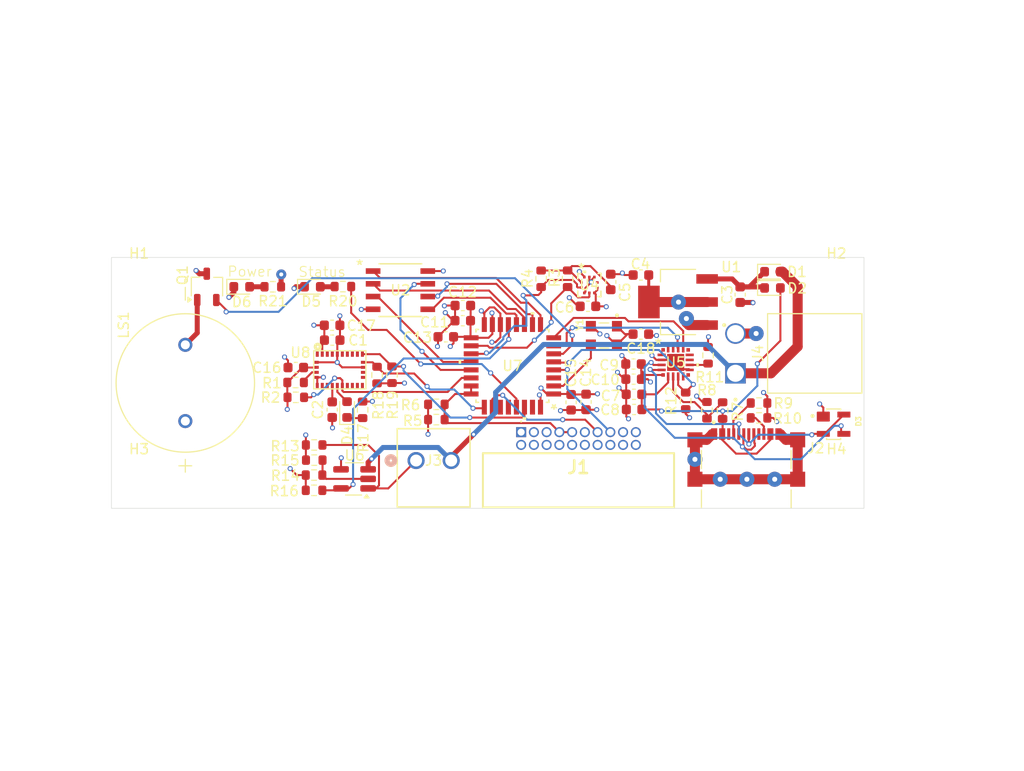
<source format=kicad_pcb>
(kicad_pcb (version 20241229) (generator "pcbnew") (generator_version "9.0")
  (layers (0 "F.Cu" signal) (4 "In1.Cu" power) (6 "In2.Cu" power) (2 "B.Cu" signal) (13 "F.Paste" user) (15 "B.Paste" user) (5 "F.SilkS" user "F.Silkscreen") (7 "B.SilkS" user "B.Silkscreen") (1 "F.Mask" user) (3 "B.Mask" user) (25 "Edge.Cuts" user))
  (net 0 "")
  (net 1 "GND")
  (net 2 "+3.3V")
  (net 3 "UART_RST")
  (net 4 "Net-(U8-CAP)")
  (net 5 "Net-(D1-K)")
  (net 6 "Net-(U4-VDDIO)")
  (net 7 "5V")
  (net 8 "BATTERY")
  (net 9 "Net-(J2-DP1)")
  (net 10 "Net-(J2-DN1)")
  (net 11 "Net-(D4-K)")
  (net 12 "Net-(D4-A)")
  (net 13 "Net-(D5-A)")
  (net 14 "Net-(D6-A)")
  (net 15 "SWCLK")
  (net 17 "NRST")
  (net 20 "SWO")
  (net 22 "Net-(J2-CC2)")
  (net 23 "Net-(J2-CC1)")
  (net 25 "Net-(U6-+)")
  (net 26 "Net-(Q1-D)")
  (net 27 "BUZZER")
  (net 28 "IMU_BL")
  (net 29 "IMU_RST")
  (net 30 "BMP_SDA")
  (net 31 "BMP_SCL")
  (net 32 "Net-(U5-VBUS)")
  (net 33 "Net-(U5-WAKEUP)")
  (net 34 "Net-(U6--)")
  (net 35 "SWITCH")
  (net 36 "IMU_SCL")
  (net 37 "IMU_SDA")
  (net 38 "LED")
  (net 39 "MEM_MOSI")
  (net 40 "MEM_SCL")
  (net 41 "MEM_WP")
  (net 42 "MEM_CE")
  (net 43 "MEM_MISO")
  (net 44 "MEM_HOLD")
  (net 45 "BMP_INT")
  (net 46 "UART_RXD")
  (net 48 "UART_TXD")
  (net 61 "CLK")
  (net 63 "IMU_ADDR")
  (footprint "Resistor_SMD:R_0603_1608Metric" (layer "F.Cu") (at 132.38 116.16)
    (property "Reference" "R5")
    (property "Value" "100k")
  )
  (footprint "Capacitor_SMD:C_0603_1608Metric" (layer "F.Cu") (at 152.76 107.64)
    (property "Reference" "C18")
    (property "Value" "0.1uF")
  )
  (footprint "CP2102N-A02-GQFN20:QFN20_CP2102N_SIL" (layer "F.Cu") (at 156.23 110.460061)
    (property "Reference" "U5")
    (property "Value" "CP2102N-A02-GQFN20")
  )
  (footprint "Capacitor_SMD:C_0603_1608Metric" (layer "F.Cu") (at 152.77 101.75 180)
    (property "Reference" "C4")
    (property "Value" "10uF")
  )
  (footprint "Capacitor_SMD:C_0603_1608Metric" (layer "F.Cu") (at 162.66 103.71 -90)
    (property "Reference" "C3")
    (property "Value" "10uF")
  )
  (footprint "Resistor_SMD:R_0603_1608Metric" (layer "F.Cu") (at 125.03 115.185 90)
    (property "Reference" "R17")
    (property "Value" "220")
  )
  (footprint "GSB1C41110SSHR:AMPHENOL_GSB1C41110SSHR" (layer "F.Cu") (at 163.27 121.28)
    (property "Reference" "J2")
    (property "Value" "GSB1C41110SSHR")
  )
  (footprint "ECS_327TXO_33_TR:OSC_ECS-327TXO-33-TR" (layer "F.Cu") (at 149.08 107.7775 -90)
    (property "Reference" "Y1")
    (property "Value" "ECS-327TXO-33-TR")
  )
  (footprint "Capacitor_SMD:C_0603_1608Metric" (layer "F.Cu") (at 121.99 106.76)
    (property "Reference" "C17")
    (property "Value" "6.8nF")
  )
  (footprint "BNO055:LGA28R50P4X10_380X520X100" (layer "F.Cu") (at 122.76 111.2)
    (property "Reference" "U8")
    (property "Value" "BNO055")
  )
  (footprint "Resistor_SMD:R_0603_1608Metric" (layer "F.Cu") (at 123.065 102.9 180)
    (property "Reference" "R20")
    (property "Value" "220")
  )
  (footprint "Resistor_SMD:R_0603_1608Metric" (layer "F.Cu") (at 159.35 115.23 90)
    (property "Reference" "R8")
    (property "Value" "47.5k")
  )
  (footprint "Capacitor_SMD:C_0603_1608Metric" (layer "F.Cu") (at 122 108.24)
    (property "Reference" "C1")
    (property "Value" "100nF")
  )
  (footprint "Capacitor_SMD:C_0603_1608Metric" (layer "F.Cu") (at 152.075 113.64 180)
    (property "Reference" "C7")
    (property "Value" "4.7uF")
  )
  (footprint "Capacitor_SMD:C_0603_1608Metric" (layer "F.Cu") (at 133.32 107.91 180)
    (property "Reference" "C13")
    (property "Value" "4.7uF")
  )
  (footprint "Resistor_SMD:R_0603_1608Metric" (layer "F.Cu") (at 118.35 112.46)
    (property "Reference" "R1")
    (property "Value" "10k")
  )
  (footprint "Capacitor_SMD:C_0603_1608Metric" (layer "F.Cu") (at 147.49 104.87 180)
    (property "Reference" "C6")
    (property "Value" "100nF")
  )
  (footprint "Capacitor_SMD:C_0603_1608Metric" (layer "F.Cu") (at 149.76 102.44 90)
    (property "Reference" "C5")
    (property "Value" "100nF")
  )
  (footprint "Resistor_SMD:R_0603_1608Metric" (layer "F.Cu") (at 145.46 102.12 -90)
    (property "Reference" "R3")
    (property "Value" "4.7k")
  )
  (footprint "Resistor_SMD:R_0603_1608Metric" (layer "F.Cu") (at 164.54 114.51 180)
    (property "Reference" "R9")
    (property "Value" "5.1k")
  )
  (footprint "MountingHole:MountingHole_2.2mm_M2" (layer "F.Cu") (at 172.25 122.25)
    (property "Reference" "H4")
    (property "Value" "MountingHole")
  )
  (footprint "Capacitor_SMD:C_0603_1608Metric" (layer "F.Cu") (at 147.3 114.4 -90)
    (property "Reference" "C14")
    (property "Value" "10uF")
  )
  (footprint "LED_SMD:LED_0603_1608Metric" (layer "F.Cu") (at 123.48 115.1575 90)
    (property "Reference" "D4")
    (property "Value" "LED")
  )
  (footprint "Package_TO_SOT_SMD:SOT-23-5_HandSoldering" (layer "F.Cu") (at 124.23 122.0675 180)
    (property "Reference" "U6")
    (property "Value" "~")
  )
  (footprint "Resistor_SMD:R_0603_1608Metric" (layer "F.Cu") (at 118.37 113.94)
    (property "Reference" "R2")
    (property "Value" "10k")
  )
  (footprint "LED_SMD:LED_0603_1608Metric" (layer "F.Cu") (at 120.0265 102.9201)
    (property "Reference" "D5")
    (property "Value" "LED")
  )
  (footprint "Resistor_SMD:R_0603_1608Metric" (layer "F.Cu") (at 120.2 118.6875 180)
    (property "Reference" "R13")
    (property "Value" "10k")
  )
  (footprint "Package_TO_SOT_SMD:TSOT-23" (layer "F.Cu") (at 109.4975 102.93 90)
    (property "Reference" "Q1")
    (property "Value" "NMOS")
  )
  (footprint "Resistor_SMD:R_0603_1608Metric" (layer "F.Cu") (at 132.38 114.64)
    (property "Reference" "R6")
    (property "Value" "100k")
  )
  (footprint "647676_2:TE_647676-2" (layer "F.Cu") (at 162.1925 111.5425 90)
    (property "Reference" "J4")
    (property "Value" "647676-2")
  )
  (footprint "Resistor_SMD:R_0603_1608Metric" (layer "F.Cu") (at 126.47 111.72 90)
    (property "Reference" "R18")
    (property "Value" "10k")
  )
  (footprint "Capacitor_SMD:C_0603_1608Metric" (layer "F.Cu") (at 135.01 106.3 180)
    (property "Reference" "C11")
    (property "Value" "0.1uF")
  )
  (footprint "Resistor_SMD:R_0603_1608Metric" (layer "F.Cu") (at 160.91 115.26 90)
    (property "Reference" "R7")
    (property "Value" "22.1k")
  )
  (footprint "AT1438:XDCR_AT-1438-TWT-R" (layer "F.Cu") (at 107.36 112.5075 90)
    (property "Reference" "LS1")
    (property "Value" "AT-1438-TWT-R")
  )
  (footprint "Resistor_SMD:R_0603_1608Metric" (layer "F.Cu") (at 120.19 121.6875 180)
    (property "Reference" "R14")
    (property "Value" "1k")
  )
  (footprint "Resistor_SMD:R_0603_1608Metric" (layer "F.Cu") (at 164.54 115.99)
    (property "Reference" "R10")
    (property "Value" "5.1k")
  )
  (footprint "BMP390:10LGA_2X2X0p75_BOS" (layer "F.Cu") (at 147.6276 102.745)
    (property "Reference" "U4")
    (property "Value" "BMP390")
  )
  (footprint "STM32G441KBT6:LQFP-32" (layer "F.Cu") (at 139.96 110.8052 180)
    (property "Reference" "U7")
    (property "Value" "STM32G441KBT6")
  )
  (footprint "Capacitor_SMD:C_0603_1608Metric" (layer "F.Cu") (at 152.04 112.13)
    (property "Reference" "C10")
    (property "Value" "0.1uF")
  )
  (footprint "Resistor_SMD:R_0603_1608Metric" (layer "F.Cu") (at 116.08 102.92 180)
    (property "Reference" "R21")
    (property "Value" "220")
  )
  (footprint "LED_SMD:LED_0603_1608Metric" (layer "F.Cu") (at 112.98 102.92)
    (property "Reference" "D6")
    (property "Value" "LED")
  )
  (footprint "Resistor_SMD:R_0603_1608Metric" (layer "F.Cu") (at 157.23 114.29 -90)
    (property "Reference" "R12")
    (property "Value" "1k")
  )
  (footprint "Capacitor_SMD:C_0603_1608Metric" (layer "F.Cu") (at 135.02 104.79 180)
    (property "Reference" "C12")
    (property "Value" "0.1uF")
  )
  (footprint "Capacitor_SMD:C_0603_1608Metric" (layer "F.Cu") (at 145.81 114.43 -90)
    (property "Reference" "C15")
    (property "Value" "1uF")
  )
  (footprint "MountingHole:MountingHole_2.2mm_M2" (layer "F.Cu") (at 172.25 102.75)
    (property "Reference" "H2")
    (property "Value" "MountingHole")
  )
  (footprint "MountingHole:MountingHole_2.2mm_M2" (layer "F.Cu") (at 102.75 102.75)
    (property "Reference" "H1")
    (property "Value" "MountingHole")
  )
  (footprint "Resistor_SMD:R_0603_1608Metric" (layer "F.Cu") (at 142.8224 102.125 -90)
    (property "Reference" "R4")
    (property "Value" "4.7k")
  )
  (footprint "Resistor_SMD:R_0603_1608Metric" (layer "F.Cu") (at 120.21 120.1975 180)
    (property "Reference" "R15")
    (property "Value" "10k")
  )
  (footprint "Diode_SMD:D_0603_1608Metric" (layer "F.Cu") (at 165.88 101.42)
    (property "Reference" "D1")
    (property "Value" "D")
  )
  (footprint "Resistor_SMD:R_0603_1608Metric" (layer "F.Cu") (at 127.96 111.69 90)
    (property "Reference" "R19")
    (property "Value" "10k")
  )
  (footprint "SST25:SOIC8_SA_SST_MCH" (layer "F.Cu") (at 128.8 103.26)
    (property "Reference" "U2")
    (property "Value" "SST25VF010A-33-4C-SAE")
  )
  (footprint "1984617:CONN_1984617_PXC" (layer "F.Cu") (at 130.359998 120.24)
    (property "Reference" "J3")
    (property "Value" "1984617")
  )
  (footprint "LMS8117AMP_3_3_NOPB:SOT230P700X180-4N" (layer "F.Cu") (at 156.465 104.44 180)
    (property "Reference" "U1")
    (property "Value" "LMS8117AMP-3.3_NOPB")
  )
  (footprint "Diode_SMD:D_0603_1608Metric" (layer "F.Cu") (at 165.88 103.04)
    (property "Reference" "D2")
    (property "Value" "D")
  )
  (footprint "MountingHole:MountingHole_2.2mm_M2" (layer "F.Cu") (at 102.75 122.25)
    (property "Reference" "H3")
    (property "Value" "MountingHole")
  )
  (footprint "SP0503BAHTG:SOT143" (layer "F.Cu") (at 171.97 116.62 -90)
    (property "Reference" "D3")
    (property "Value" "SP0503BAHTG")
  )
  (footprint "Capacitor_SMD:C_0603_1608Metric" (layer "F.Cu") (at 152.09 115.15 180)
    (property "Reference" "C8")
    (property "Value" "0.1uF")
  )
  (footprint "Resistor_SMD:R_0603_1608Metric" (layer "F.Cu") (at 159.46 109.75 90)
    (property "Reference" "R11")
    (property "Value" "10k")
  )
  (footprint "Resistor_SMD:R_0603_1608Metric" (layer "F.Cu") (at 120.19 123.2075 180)
    (property "Reference" "R16")
    (property "Value" "10k")
  )
  (footprint "Capacitor_SMD:C_0603_1608Metric" (layer "F.Cu") (at 152.03 110.62)
    (property "Reference" "C9")
    (property "Value" "4.7uF")
  )
  (footprint "Capacitor_SMD:C_0603_1608Metric" (layer "F.Cu") (at 122 115.17 90)
    (property "Reference" "C2")
    (property "Value" "1uF")
  )
  (footprint "3220-20-0200-00:322020020000" (layer "F.Cu") (at 140.83 117.41)
    (property "Reference" "J1")
    (property "Value" "3220-20-0200-00" (hide yes))
  )
  (footprint "Capacitor_SMD:C_0603_1608Metric" (layer "F.Cu") (at 118.37 110.97 180)
    (property "Reference" "C16")
    (property "Value" "120nF")
  )
  (gr_rect (start 100 100) (end 175 125) (stroke (width 0.05)) (fill no) (layer "Edge.Cuts"))
  (gr_text "Power" (at 111.495 101.985 0) (layer "F.SilkS") (effects (font (size 1 1) (thickness 0.1)) (justify left bottom)))
  (gr_text "Status" (at 118.57 102.02 0) (layer "F.SilkS") (effects (font (size 1 1) (thickness 0.1)) (justify left bottom)))
  (segment (start 117.595 110.265) (end 117.25 109.92) (width 0.2) (layer "F.Cu") (net 1))
  (segment (start 147.744801 102.45) (end 147.6276 102.332799) (width 0.2) (layer "F.Cu") (net 1))
  (segment (start 147.825298 102.259901) (end 148.127599 101.9576) (width 0.2) (layer "F.Cu") (net 1))
  (segment (start 122.88 121.1175) (end 122.88 119.99) (width 0.2) (layer "F.Cu") (net 1))
  (segment (start 147.825298 102.45) (end 147.744801 102.45) (width 0.2) (layer "F.Cu") (net 1))
  (segment (start 122.49 110.45) (end 122.5 110.46) (width 0.2) (layer "F.Cu") (net 1))
  (segment (start 156.908063 111.138124) (end 157.554874 111.138124) (width 0.2) (layer "F.Cu") (net 1))
  (segment (start 122.765 105.825) (end 122.76 105.82) (width 0.2) (layer "F.Cu") (net 1))
  (segment (start 151.255 112.12) (end 151.265 112.13) (width 0.2) (layer "F.Cu") (net 1))
  (segment (start 167.217049 118.175) (end 166.671 117.628951) (width 1) (layer "F.Cu") (net 1))
  (segment (start 132.545 108.815) (end 132.49 108.87) (width 0.2) (layer "F.Cu") (net 1))
  (segment (start 151.315 115.15) (end 151.315 115.865) (width 0.2) (layer "F.Cu") (net 1))
  (segment (start 153.675 107.78) (end 153.535 107.64) (width 0.2) (layer "F.Cu") (net 1))
  (segment (start 109.4975 101.62) (end 108.75 101.62) (width 0.5) (layer "F.Cu") (net 1))
  (segment (start 151.315 115.865) (end 151.53 116.08) (width 0.2) (layer "F.Cu") (net 1))
  (segment (start 158.15 122.105) (end 158.15 120.12) (width 1) (layer "F.Cu") (net 1))
  (segment (start 158.15 118.175) (end 158.15 120.12) (width 1) (layer "F.Cu") (net 1))
  (segment (start 120.4475 110.45) (end 122.49 110.45) (width 0.2) (layer "F.Cu") (net 1))
  (segment (start 157.3 106.09) (end 157.3 106.495) (width 1) (layer "F.Cu") (net 1))
  (segment (start 120.51 112.0125) (end 120.4475 111.95) (width 0.2) (layer "F.Cu") (net 1))
  (segment (start 122.88 119.99) (end 122.9 119.97) (width 0.2) (layer "F.Cu") (net 1))
  (segment (start 122.51 109.6375) (end 122.51 108.505) (width 0.2) (layer "F.Cu") (net 1))
  (segment (start 156.23 110.460061) (end 156.908063 111.138124) (width 0.2) (layer "F.Cu") (net 1))
  (segment (start 160.67 122.105) (end 163.33 122.105) (width 1) (layer "F.Cu") (net 1))
  (segment (start 138.76 107.96) (end 138.76 106.6904) (width 0.2) (layer "F.Cu") (net 1))
  (segment (start 119.239 102.9201) (end 118.3699 102.9201) (width 0.5) (layer "F.Cu") (net 1))
  (segment (start 146.715 104.87) (end 146.49 104.87) (width 0.2) (layer "F.Cu") (net 1))
  (segment (start 122.5 109.6475) (end 122.51 109.6375) (width 0.2) (layer "F.Cu") (net 1))
  (segment (start 147.127601 103.5324) (end 147.2309 103.429101) (width 0.2) (layer "F.Cu") (net 1))
  (segment (start 164.2475 107.5825) (end 162.1925 107.5825) (width 1) (layer "F.Cu") (net 1))
  (segment (start 151.3 115.135) (end 151.315 115.15) (width 0.2) (layer "F.Cu") (net 1))
  (segment (start 163.905 104.485) (end 163.93 104.51) (width 0.5) (layer "F.Cu") (net 1))
  (segment (start 159.35 114.405) (end 158.905 114.405) (width 0.2) (layer "F.Cu") (net 1))
  (segment (start 166.671 117.628951) (end 166.671 117.6) (width 1) (layer "F.Cu") (net 1))
  (segment (start 165.365 115.99) (end 165.94 115.99) (width 0.2) (layer "F.Cu") (net 1))
  (segment (start 112.1925 102.92) (end 112.1925 103.4875) (width 0.5) (layer "F.Cu") (net 1))
  (segment (start 119.375 118.6875) (end 119.375 120.1875) (width 0.2) (layer "F.Cu") (net 1))
  (segment (start 117.595 110.97) (end 117.595 110.265) (width 0.2) (layer "F.Cu") (net 1))
  (segment (start 137.160001 105.510767) (end 137.691768 104.979) (width 0.2) (layer "F.Cu") (net 1))
  (segment (start 151.265 112.13) (end 151.11 112.13) (width 0.2) (layer "F.Cu") (net 1))
  (segment (start 147.9125 106.8525) (end 148.68 107.62) (width 0.2) (layer "F.Cu") (net 1))
  (segment (start 151.255 110.62) (end 151.255 112.12) (width 0.2) (layer "F.Cu") (net 1))
  (segment (start 132.545 107.91) (end 132.545 108.815) (width 0.2) (layer "F.Cu") (net 1))
  (segment (start 144.815 115.205) (end 144.75 115.27) (width 0.2) (layer "F.Cu") (net 1))
  (segment (start 158.15 118.175) (end 159.322951 118.175) (width 1) (layer "F.Cu") (net 1))
  (segment (start 151.255 110.62) (end 151.255 110.165) (width 0.2) (layer "F.Cu") (net 1))
  (segment (start 154.833 110.209998) (end 155.979937 110.209998) (width 0.2) (layer "F.Cu") (net 1))
  (segment (start 168.39 122.105) (end 166.1 122.105) (width 1) (layer "F.Cu") (net 1))
  (segment (start 125.98 114.36) (end 126 114.34) (width 0.2) (layer "F.Cu") (net 1))
  (segment (start 158.15 122.105) (end 160.67 122.105) (width 1) (layer "F.Cu") (net 1))
  (segment (start 157.3 106.495) (end 157.545 106.74) (width 1) (layer "F.Cu") (net 1))
  (segment (start 148.355 115.175) (end 148.36 115.17) (width 0.2) (layer "F.Cu") (net 1))
  (segment (start 151.12 101.75) (end 150.92 101.55) (width 0.2) (layer "F.Cu") (net 1))
  (segment (start 122.5 110.46) (end 122.5 109.6475) (width 0.2) (layer "F.Cu") (net 1))
  (segment (start 164.25 107.58) (end 164.2475 107.5825) (width 1) (layer "F.Cu") (net 1))
  (segment (start 165.365 114.51) (end 165.365 115.99) (width 0.2) (layer "F.Cu") (net 1))
  (segment (start 142.759999 113.809999) (end 142.759999 114.92) (width 0.2) (layer "F.Cu") (net 1))
  (segment (start 165.365 113.835) (end 164.99 113.46) (width 0.2) (layer "F.Cu") (net 1))
  (segment (start 154.833 110.209998) (end 154.305923 110.209998) (width 0.2) (layer "F.Cu") (net 1))
  (segment (start 122.51 108.505) (end 122.775 108.24) (width 0.2) (layer "F.Cu") (net 1))
  (segment (start 120.51 112.7625) (end 120.51 112.0125) (width 0.2) (layer "F.Cu") (net 1))
  (segment (start 151.995 101.75) (end 151.12 101.75) (width 0.2) (layer "F.Cu") (net 1))
  (segment (start 134.235 106.3) (end 134.155 106.3) (width 0.2) (layer "F.Cu") (net 1))
  (segment (start 121.11 111.95) (end 121.12 111.94) (width 0.2) (layer "F.Cu") (net 1))
  (segment (start 165.94 115.99) (end 166.31 116.36) (width 0.2) (layer "F.Cu") (net 1))
  (segment (start 147.825298 102.45) (end 147.825298 102.259901) (width 0.2) (layer "F.Cu") (net 1))
  (segment (start 137.916297 108.441793) (end 138.278207 108.441793) (width 0.2) (layer "F.Cu") (net 1))
  (segment (start 137.691768 104.979) (end 138.148232 104.979) (width 0.2) (layer "F.Cu") (net 1))
  (segment (start 159.869 117.628951) (end 159.869 117.6) (width 1) (layer "F.Cu") (net 1))
  (segment (start 122.775 108.24) (end 122.775 106.77) (width 0.2) (layer "F.Cu") (net 1))
  (segment (start 151.3 113.64) (end 151.3 115.135) (width 0.2) (layer "F.Cu") (net 1))
  (segment (start 142.65 113.7) (end 142.759999 113.809999) (width 0.2) (layer "F.Cu") (net 1))
  (segment (start 122.765 106.76) (end 122.765 105.825) (width 0.2) (layer "F.Cu") (net 1))
  (segment (start 145.81 115.205) (end 144.815 115.205) (width 0.2) (layer "F.Cu") (net 1))
  (segment (start 120.4475 111.95) (end 121.11 111.95) (width 0.2) (layer "F.Cu") (net 1))
  (segment (start 154.32 107.78) (end 153.675 107.78) (width 0.2) (layer "F.Cu") (net 1))
  (segment (start 157.554874 111.138124) (end 157.627 111.21025) (width 0.2) (layer "F.Cu") (net 1))
  (segment (start 157.545 106.74) (end 159.365 106.74) (width 1) (layer "F.Cu") (net 1))
  (segment (start 122.5 110.46) (end 122.99 110.95) (width 0.2) (layer "F.Cu") (net 1))
  (segment (start 138.76 105.590768) (end 138.76 106.6904) (width 0.2) (layer "F.Cu") (net 1))
  (segment (start 151.255 110.165) (end 150.87 109.78) (width 0.2) (layer "F.Cu") (net 1))
  (segment (start 122.99 110.95) (end 125.0725 110.95) (width 0.2) (layer "F.Cu") (net 1))
  (segment (start 119.375 120.1875) (end 119.385 120.1975) (width 0.2) (layer "F.Cu") (net 1))
  (segment (start 146.49 104.87) (end 145.63 104.01) (width 0.2) (layer "F.Cu") (net 1))
  (segment (start 134.245 104.79) (end 134.245 106.29) (width 0.2) (layer "F.Cu") (net 1))
  (segment (start 137.160001 105.620001) (end 137.160001 105.510767) (width 0.2) (layer "F.Cu") (net 1))
  (segment (start 119.375 118.6875) (end 119.375 117.705) (width 0.2) (layer "F.Cu") (net 1))
  (segment (start 118.3699 102.9201) (end 118.2 103.09) (width 0.5) (layer "F.Cu") (net 1))
  (segment (start 151.3 112.165) (end 151.265 112.13) (width 0.2) (layer "F.Cu") (net 1))
  (segment (start 158.905 114.405) (end 158.32 113.82) (width 0.2) (layer "F.Cu") (net 1))
  (segment (start 112.1925 103.4875) (end 111.71 103.97) (width 0.5) (layer "F.Cu") (net 1))
  (segment (start 134.07 106.3) (end 133.27 105.5) (width 0.2) (layer "F.Cu") (net 1))
  (segment (start 138.278207 108.441793) (end 138.76 107.96) (width 0.2) (layer "F.Cu") (net 1))
  (segment (start 124.915 105.165) (end 124.9 105.18) (width 0.2) (layer "F.Cu") (net 1))
  (segment (start 145.81 115.205) (end 147.27 115.205) (width 0.2) (layer "F.Cu") (net 1))
  (segment (start 166.1 122.105) (end 163.33 122.105) (width 1) (layer "F.Cu") (net 1))
  (segment (start 137.160001 106.6904) (end 137.160001 105.620001) (width 0.2) (layer "F.Cu") (net 1))
  (segment (start 151.3 113.64) (end 151.23 113.64) (width 0.2) (layer "F.Cu") (net 1))
  (segment (start 165.365 114.51) (end 165.365 113.835) (width 0.2) (layer "F.Cu") (net 1))
  (segment (start 162.66 104.485) (end 163.905 104.485) (width 0.5) (layer "F.Cu") (net 1))
  (segment (start 147.78 106.8525) (end 147.9125 106.8525) (width 0.2) (layer "F.Cu") (net 1))
  (segment (start 149.76 101.665) (end 150.805 101.665) (width 0.2) (layer "F.Cu") (net 1))
  (segment (start 108.75 101.62) (end 108.43 101.3) (width 0.5) (layer "F.Cu") (net 1))
  (segment (start 147.3 115.175) (end 148.355 115.175) (width 0.2) (layer "F.Cu") (net 1))
  (segment (start 170.945 114.965) (end 170.58 114.6) (width 0.2) (layer "F.Cu") (net 1))
  (segment (start 137.160001 105.620001) (end 136.86 105.32) (width 0.2) (layer "F.Cu") (net 1))
  (segment (start 134.155 106.3) (end 132.545 107.91) (width 0.2) (layer "F.Cu") (net 1))
  (segment (start 138.148232 104.979) (end 138.76 105.590768) (width 0.2) (layer "F.Cu") (net 1))
  (segment (start 155.979937 110.209998) (end 156.23 110.460061) (width 0.2) (layer "F.Cu") (net 1))
  (segment (start 134.235 106.3) (end 134.07 106.3) (width 0.2) (layer "F.Cu") (net 1))
  (segment (start 151.3 113.64) (end 151.3 112.165) (width 0.2) (layer "F.Cu") (net 1))
  (segment (start 151.11 112.13) (end 150.43 111.45) (width 0.2) (layer "F.Cu") (net 1))
  (segment (start 133.21 104.79) (end 133.18 104.82) (width 0.2) (layer "F.Cu") (net 1))
  (segment (start 147.2309 103.044398) (end 147.825298 102.45) (width 0.2) (layer "F.Cu") (net 1))
  (segment (start 122 116.95) (end 122.03 116.98) (width 0.2) (layer "F.Cu") (net 1))
  (segment (start 134.245 104.79) (end 133.21 104.79) (width 0.2) (layer "F.Cu") (net 1))
  (segment (start 134.245 106.29) (end 134.235 106.3) (width 0.2) (layer "F.Cu") (net 1))
  (segment (start 147.2309 103.429101) (end 147.2309 103.044398) (width 0.2) (layer "F.Cu") (net 1))
  (segment (start 151.23 113.64) (end 150.58 112.99) (width 0.2) (layer "F.Cu") (net 1))
  (segment (start 126.07585 105.165) (end 124.915 105.165) (width 0.2) (layer "F.Cu") (net 1))
  (segment (start 147.6276 102.332799) (end 147.6276 101.9576) (width 0.2) (layer "F.Cu") (net 1))
  (segment (start 168.39 118.175) (end 167.217049 118.175) (width 1) (layer "F.Cu") (net 1))
  (segment (start 147.27 115.205) (end 147.3 115.175) (width 0.2) (layer "F.Cu") (net 1))
  (segment (start 170.945 115.86) (end 170.945 114.965) (width 0.2) (layer "F.Cu") (net 1))
  (segment (start 159.322951 118.175) (end 159.869 117.628951) (width 1) (layer "F.Cu") (net 1))
  (segment (start 150.805 101.665) (end 150.92 101.55) (width 0.2) (layer "F.Cu") (net 1))
  (segment (start 122.775 106.77) (end 122.765 106.76) (width 0.2) (layer "F.Cu") (net 1))
  (segment (start 168.39 118.175) (end 168.39 122.105) (width 1) (layer "F.Cu") (net 1))
  (segment (start 154.305923 110.209998) (end 153.867322 109.771397) (width 0.2) (layer "F.Cu") (net 1))
  (segment (start 119.375 117.705) (end 119.36 117.69) (width 0.2) (layer "F.Cu") (net 1))
  (segment (start 122 115.945) (end 122 116.95) (width 0.2) (layer "F.Cu") (net 1))
  (segment (start 125.03 114.36) (end 125.98 114.36) (width 0.2) (layer "F.Cu") (net 1))
  (via (at 147.825298 102.45) (size 0.5) (drill 0.3) (layers "F.Cu" "B.Cu") (net 1))
  (via (at 150.58 112.99) (size 0.5) (drill 0.3) (layers "F.Cu" "B.Cu") (net 1))
  (via (at 163.33 122.105) (size 1.5) (drill 0.5) (layers "F.Cu" "B.Cu") (net 1))
  (via (at 144.75 115.27) (size 0.5) (drill 0.3) (layers "F.Cu" "B.Cu") (net 1))
  (via (at 164.99 113.46) (size 0.5) (drill 0.3) (layers "F.Cu" "B.Cu") (net 1))
  (via (at 153.867322 109.771397) (size 0.5) (drill 0.3) (layers "F.Cu" "B.Cu") (net 1))
  (via (at 122.9 119.97) (size 0.5) (drill 0.3) (layers "F.Cu" "B.Cu") (net 1))
  (via (at 137.916297 108.441793) (size 0.5) (drill 0.3) (layers "F.Cu" "B.Cu") (net 1))
  (via (at 142.65 113.7) (size 0.5) (drill 0.3) (layers "F.Cu" "B.Cu") (net 1))
  (via (at 166.1 122.105) (size 1.5) (drill 0.5) (layers "F.Cu" "B.Cu") (net 1))
  (via (at 164.25 107.58) (size 1.5) (drill 0.5) (layers "F.Cu" "B.Cu") (net 1))
  (via (at 145.63 104.01) (size 0.5) (drill 0.3) (layers "F.Cu" "B.Cu") (net 1))
  (via (at 111.71 103.97) (size 0.5) (drill 0.3) (layers "F.Cu" "B.Cu") (net 1))
  (via (at 157.3 106.09) (size 1.5) (drill 0.5) (layers "F.Cu" "B.Cu") (net 1))
  (via (at 121.12 111.94) (size 0.5) (drill 0.3) (layers "F.Cu" "B.Cu") (net 1))
  (via (at 158.15 120.12) (size 1.5) (drill 0.5) (layers "F.Cu" "B.Cu") (net 1))
  (via (at 154.32 107.78) (size 0.5) (drill 0.3) (layers "F.Cu" "B.Cu") (net 1))
  (via (at 117.25 109.92) (size 0.5) (drill 0.3) (layers "F.Cu" "B.Cu") (net 1))
  (via (at 108.43 101.3) (size 0.5) (drill 0.3) (layers "F.Cu" "B.Cu") (net 1))
  (via (at 150.92 101.55) (size 0.5) (drill 0.3) (layers "F.Cu" "B.Cu") (net 1))
  (via (at 122.03 116.98) (size 0.5) (drill 0.3) (layers "F.Cu" "B.Cu") (net 1))
  (via (at 133.18 104.82) (size 0.5) (drill 0.3) (layers "F.Cu" "B.Cu") (net 1))
  (via (at 118.2 103.09) (size 0.5) (drill 0.3) (layers "F.Cu" "B.Cu") (net 1))
  (via (at 170.58 114.6) (size 0.5) (drill 0.3) (layers "F.Cu" "B.Cu") (net 1))
  (via (at 158.32 113.82) (size 0.5) (drill 0.3) (layers "F.Cu" "B.Cu") (net 1))
  (via (at 148.36 115.17) (size 0.5) (drill 0.3) (layers "F.Cu" "B.Cu") (net 1))
  (via (at 133.27 105.5) (size 0.5) (drill 0.3) (layers "F.Cu" "B.Cu") (net 1))
  (via (at 119.36 117.69) (size 0.5) (drill 0.3) (layers "F.Cu" "B.Cu") (net 1))
  (via (at 148.68 107.62) (size 0.5) (drill 0.3) (layers "F.Cu" "B.Cu") (net 1))
  (via (at 160.67 122.105) (size 1.5) (drill 0.5) (layers "F.Cu" "B.Cu") (net 1))
  (via (at 166.31 116.36) (size 0.5) (drill 0.3) (layers "F.Cu" "B.Cu") (net 1))
  (via (at 151.53 116.08) (size 0.5) (drill 0.3) (layers "F.Cu" "B.Cu") (net 1))
  (via (at 136.86 105.32) (size 0.5) (drill 0.3) (layers "F.Cu" "B.Cu") (net 1))
  (via (at 150.43 111.45) (size 0.5) (drill 0.3) (layers "F.Cu" "B.Cu") (net 1))
  (via (at 150.87 109.78) (size 0.5) (drill 0.3) (layers "F.Cu" "B.Cu") (net 1))
  (via (at 124.9 105.18) (size 0.5) (drill 0.3) (layers "F.Cu" "B.Cu") (net 1))
  (via (at 132.49 108.87) (size 0.5) (drill 0.3) (layers "F.Cu" "B.Cu") (net 1))
  (via (at 122.5 110.46) (size 0.5) (drill 0.3) (layers "F.Cu" "B.Cu") (net 1))
  (via (at 122.76 105.82) (size 0.5) (drill 0.3) (layers "F.Cu" "B.Cu") (net 1))
  (via (at 126 114.34) (size 0.5) (drill 0.3) (layers "F.Cu" "B.Cu") (net 1))
  (via (at 163.93 104.51) (size 0.5) (drill 0.3) (layers "F.Cu" "B.Cu") (net 1))
  (segment (start 149.27 104.87) (end 149.31 104.91) (width 0.2) (layer "F.Cu") (net 2))
  (segment (start 151.4425 107.64) (end 150.38 108.7025) (width 0.2) (layer "F.Cu") (net 2))
  (segment (start 135.785 106.3) (end 135.785 107.945001) (width 0.2) (layer "F.Cu") (net 2))
  (segment (start 119.145 110.97) (end 120.4275 110.97) (width 0.2) (layer "F.Cu") (net 2))
  (segment (start 133.065 101.355) (end 133.07 101.35) (width 0.2) (layer "F.Cu") (net 2))
  (segment (start 144.0748 113.605199) (end 143.395951 113.605199) (width 0.2) (layer "F.Cu") (net 2))
  (segment (start 153.545 101.75) (end 153.545 104.42) (width 0.3) (layer "F.Cu") (net 2))
  (segment (start 153.027378 111.502622) (end 152.952378 111.502622) (width 0.2) (layer "F.Cu") (net 2))
  (segment (start 134.095 107.91) (end 134.095 108.545) (width 0.2) (layer "F.Cu") (net 2))
  (segment (start 121.225 108.24) (end 121.01 108.455) (width 0.2) (layer "F.Cu") (net 2))
  (segment (start 153.027378 111.502622) (end 153.234878 111.710122) (width 0.2) (layer "F.Cu") (net 2))
  (segment (start 137.960001 106.6904) (end 137.960001 105.570001) (width 0.2) (layer "F.Cu") (net 2))
  (segment (start 119.145 110.97) (end 119.015 110.97) (width 0.2) (layer "F.Cu") (net 2))
  (segment (start 116.905 102.92) (end 116.905 101.705) (width 0.5) (layer "F.Cu") (net 2))
  (segment (start 131.555 116.16) (end 131.555 114.64) (width 0.2) (layer "F.Cu") (net 2))
  (segment (start 126.47 112.545) (end 127.93 112.545) (width 0.2) (layer "F.Cu") (net 2))
  (segment (start 121.01 108.455) (end 121.01 109.6375) (width 0.2) (layer "F.Cu") (net 2))
  (segment (start 153.44 112.13) (end 153.72 112.41) (width 0.2) (layer "F.Cu") (net 2))
  (segment (start 153.234878 111.710122) (end 152.815 112.13) (width 0.2) (layer "F.Cu") (net 2))
  (segment (start 131.555 116.16) (end 131.555 117.615) (width 0.2) (layer "F.Cu") (net 2))
  (segment (start 137.960001 107.627) (end 137.960001 106.6904) (width 0.2) (layer "F.Cu") (net 2))
  (segment (start 131.555 117.615) (end 131.55 117.62) (width 0.2) (layer "F.Cu") (net 2))
  (segment (start 153.565 104.44) (end 156.505 104.44) (width 1) (layer "F.Cu") (net 2))
  (segment (start 148.415 102.995) (end 148.415 103.244999) (width 0.2) (layer "F.Cu") (net 2))
  (segment (start 151.985 107.64) (end 151.4425 107.64) (width 0.2) (layer "F.Cu") (net 2))
  (segment (start 134.095 107.91) (end 135.749999 107.91) (width 0.2) (layer "F.Cu") (net 2))
  (segment (start 153.545 104.42) (end 153.565 104.44) (width 0.3) (layer "F.Cu") (net 2))
  (segment (start 129.195 112.515) (end 129.2 112.52) (width 0.2) (layer "F.Cu") (net 2))
  (segment (start 117.545 113.94) (end 117.545 115.115) (width 0.2) (layer "F.Cu") (net 2))
  (segment (start 157.23 115.58) (end 157.62 115.97) (width 0.2) (layer "F.Cu") (net 2))
  (segment (start 135.795 106.29) (end 135.785 106.3) (width 0.2) (layer "F.Cu") (net 2))
  (segment (start 151.1675 107.64) (end 150.38 106.8525) (width 0.2) (layer "F.Cu") (net 2))
  (segment (start 148.405 113.625) (end 148.44 113.59) (width 0.2) (layer "F.Cu") (net 2))
  (segment (start 157.23 115.115) (end 157.23 115.58) (width 0.2) (layer "F.Cu") (net 2))
  (segment (start 148.265 104.87) (end 148.265 103.669801) (width 0.2) (layer "F.Cu") (net 2))
  (segment (start 145.760199 113.605199) (end 145.81 113.655) (width 0.2) (layer "F.Cu") (net 2))
  (segment (start 137.5818 108.005201) (end 137.960001 107.627) (width 0.2) (layer "F.Cu") (net 2))
  (segment (start 119.015 110.97) (end 117.525 112.46) (width 0.2) (layer "F.Cu") (net 2))
  (segment (start 119.365 123.2075) (end 119.365 121.6875) (width 0.2) (layer "F.Cu") (net 2))
  (segment (start 145.81 113.655) (end 147.27 113.655) (width 0.2) (layer "F.Cu") (net 2))
  (segment (start 118.4575 121.6875) (end 117.81 121.04) (width 0.2) (layer "F.Cu") (net 2))
  (segment (start 120.18 106.76) (end 120.17 106.75) (width 0.2) (layer "F.Cu") (net 2))
  (segment (start 131.52415 101.355) (end 133.065 101.355) (width 0.2) (layer "F.Cu") (net 2))
  (segment (start 117.545 115.115) (end 117.52 115.14) (width 0.2) (layer "F.Cu") (net 2))
  (segment (start 148.265 104.87) (end 149.27 104.87) (width 0.2) (layer "F.Cu") (net 2))
  (segment (start 159.46 107.95) (end 159.5 107.91) (width 0.2) (layer "F.Cu") (net 2))
  (segment (start 148.415 103.244999) (end 148.127599 103.5324) (width 0.2) (layer "F.Cu") (net 2))
  (segment (start 137.960001 105.570001) (end 137.92 105.53) (width 0.2) (layer "F.Cu") (net 2))
  (segment (start 147.27 113.655) (end 147.3 113.625) (width 0.2) (layer "F.Cu") (net 2))
  (segment (start 150.38 108.7025) (end 150.2825 108.7025) (width 0.2) (layer "F.Cu") (net 2))
  (segment (start 150.2825 108.7025) (end 149.37 107.79) (width 0.2) (layer "F.Cu") (net 2))
  (segment (start 152.805 111.65) (end 152.805 112.12) (width 0.2) (layer "F.Cu") (net 2))
  (segment (start 152.805 110.62) (end 152.805 111.65) (width 0.2) (layer "F.Cu") (net 2))
  (segment (start 135.8452 108.005201) (end 137.5818 108.005201) (width 0.2) (layer "F.Cu") (net 2))
  (segment (start 151.985 107.64) (end 151.1675 107.64) (width 0.2) (layer "F.Cu") (net 2))
  (segment (start 121.215 106.76) (end 121.215 108.23) (width 0.2) (layer "F.Cu") (net 2))
  (segment (start 127.93 112.545) (end 127.96 112.515) (width 0.2) (layer "F.Cu") (net 2))
  (segment (start 159.46 108.925) (end 159.46 107.95) (width 0.2) (layer "F.Cu") (net 2))
  (segment (start 117.525 112.46) (end 117.525 113.92) (width 0.2) (layer "F.Cu") (net 2))
  (segment (start 135.785 107.945001) (end 135.8452 108.005201) (width 0.2) (layer "F.Cu") (net 2))
  (segment (start 120.4275 110.97) (end 120.4475 110.95) (width 0.2) (layer "F.Cu") (net 2))
  (segment (start 159.365 104.44) (end 156.525 104.44) (width 1) (layer "F.Cu") (net 2))
  (segment (start 117.525 113.92) (end 117.545 113.94) (width 0.2) (layer "F.Cu") (net 2))
  (segment (start 156.4 104.43) (end 156.39 104.44) (width 1) (layer "F.Cu") (net 2))
  (segment (start 152.815 112.13) (end 153.027378 111.917622) (width 0.2) (layer "F.Cu") (net 2))
  (segment (start 152.952378 111.502622) (end 152.805 111.65) (width 0.2) (layer "F.Cu") (net 2))
  (segment (start 152.815 112.13) (end 153.44 112.13) (width 0.2) (layer "F.Cu") (net 2))
  (segment (start 144.0748 113.605199) (end 145.760199 113.605199) (width 0.2) (layer "F.Cu") (net 2))
  (segment (start 147.3 113.625) (end 148.405 113.625) (width 0.2) (layer "F.Cu") (net 2))
  (segment (start 148.265 103.669801) (end 148.127599 103.5324) (width 0.2) (layer "F.Cu") (net 2))
  (segment (start 152.805 111.280244) (end 153.027378 111.502622) (width 0.2) (layer "F.Cu") (net 2))
  (segment (start 152.805 112.12) (end 152.815 112.13) (width 0.2) (layer "F.Cu") (net 2))
  (segment (start 121.215 106.76) (end 120.18 106.76) (width 0.2) (layer "F.Cu") (net 2))
  (segment (start 135.749999 107.91) (end 135.8452 108.005201) (width 0.2) (layer "F.Cu") (net 2))
  (segment (start 147.127601 101.9576) (end 147.127601 101.907601) (width 0.2) (layer "F.Cu") (net 2))
  (segment (start 135.795 104.79) (end 135.795 106.29) (width 0.2) (layer "F.Cu") (net 2))
  (segment (start 116.905 101.705) (end 116.92 101.69) (width 0.5) (layer "F.Cu") (net 2))
  (segment (start 156.38 104.43) (end 156.39 104.44) (width 1) (layer "F.Cu") (net 2))
  (segment (start 121.215 108.23) (end 121.225 108.24) (width 0.2) (layer "F.Cu") (net 2))
  (segment (start 143.395951 113.605199) (end 142.809061 113.018309) (width 0.2) (layer "F.Cu") (net 2))
  (segment (start 134.095 108.545) (end 133.77 108.87) (width 0.2) (layer "F.Cu") (net 2))
  (segment (start 147.127601 101.907601) (end 146.63 101.41) (width 0.2) (layer "F.Cu") (net 2))
  (segment (start 154.98 111.710122) (end 153.234878 111.710122) (width 0.2) (layer "F.Cu") (net 2))
  (segment (start 119.365 121.6875) (end 118.4575 121.6875) (width 0.2) (layer "F.Cu") (net 2))
  (segment (start 153.027378 111.917622) (end 153.027378 111.502622) (width 0.2) (layer "F.Cu") (net 2))
  (segment (start 127.96 112.515) (end 129.195 112.515) (width 0.2) (layer "F.Cu") (net 2))
  (segment (start 152.805 110.62) (end 152.805 111.280244) (width 0.2) (layer "F.Cu") (net 2))
  (via (at 117.81 121.04) (size 0.5) (drill 0.3) (layers "F.Cu" "B.Cu") (net 2))
  (via (at 120.17 106.75) (size 0.5) (drill 0.3) (layers "F.Cu" "B.Cu") (net 2))
  (via (at 117.52 115.14) (size 0.5) (drill 0.3) (layers "F.Cu" "B.Cu") (net 2))
  (via (at 146.63 101.41) (size 0.5) (drill 0.3) (layers "F.Cu" "B.Cu") (net 2))
  (via (at 142.809061 113.018309) (size 0.5) (drill 0.3) (layers "F.Cu" "B.Cu") (net 2))
  (via (at 131.55 117.62) (size 0.5) (drill 0.3) (layers "F.Cu" "B.Cu") (net 2))
  (via (at 116.92 101.69) (size 1) (drill 0.4) (layers "F.Cu" "B.Cu") (net 2))
  (via (at 156.515 104.45) (size 1.5) (drill 0.5) (layers "F.Cu" "B.Cu") (net 2))
  (via (at 159.5 107.91) (size 0.5) (drill 0.3) (layers "F.Cu" "B.Cu") (net 2))
  (via (at 133.07 101.35) (size 0.5) (drill 0.3) (layers "F.Cu" "B.Cu") (net 2))
  (via (at 137.92 105.53) (size 0.5) (drill 0.3) (layers "F.Cu" "B.Cu") (net 2))
  (via (at 153.72 112.41) (size 0.5) (drill 0.3) (layers "F.Cu" "B.Cu") (net 2))
  (via (at 149.37 107.79) (size 0.5) (drill 0.3) (layers "F.Cu" "B.Cu") (net 2))
  (via (at 129.2 112.52) (size 0.5) (drill 0.3) (layers "F.Cu" "B.Cu") (net 2))
  (via (at 149.31 104.91) (size 0.5) (drill 0.3) (layers "F.Cu" "B.Cu") (net 2))
  (via (at 133.77 108.87) (size 0.5) (drill 0.3) (layers "F.Cu" "B.Cu") (net 2))
  (via (at 148.44 113.59) (size 0.5) (drill 0.3) (layers "F.Cu" "B.Cu") (net 2))
  (via (at 157.62 115.97) (size 0.5) (drill 0.3) (layers "F.Cu" "B.Cu") (net 2))
  (segment (start 157.23 113.41) (end 157.99 112.65) (width 0.2) (layer "F.Cu") (net 3))
  (segment (start 145.6 110.48) (end 144.149599 110.48) (width 0.2) (layer "F.Cu") (net 3))
  (segment (start 156.480063 112.715063) (end 157.23 113.465) (width 0.2) (layer "F.Cu") (net 3))
  (segment (start 144.149599 110.48) (end 144.0748 110.405201) (width 0.2) (layer "F.Cu") (net 3))
  (segment (start 156.480063 111.857061) (end 156.480063 112.715063) (width 0.2) (layer "F.Cu") (net 3))
  (segment (start 157.23 113.465) (end 157.23 113.41) (width 0.2) (layer "F.Cu") (net 3))
  (via (at 145.6 110.48) (size 0.5) (drill 0.3) (layers "F.Cu" "B.Cu") (net 3))
  (via (at 157.99 112.65) (size 0.5) (drill 0.3) (layers "F.Cu" "B.Cu") (net 3))
  (segment (start 157.99 112.65) (end 154.560397 109.220397) (width 0.2) (layer "B.Cu") (net 3))
  (segment (start 146.859603 109.220397) (end 145.6 110.48) (width 0.2) (layer "B.Cu") (net 3))
  (segment (start 154.560397 109.220397) (end 146.859603 109.220397) (width 0.2) (layer "B.Cu") (net 3))
  (segment (start 122.01 114.385) (end 122 114.395) (width 0.2) (layer "F.Cu") (net 4))
  (segment (start 122.01 112.7625) (end 122.01 114.385) (width 0.2) (layer "F.Cu") (net 4))
  (segment (start 159.365 102.14) (end 161.865 102.14) (width 0.5) (layer "F.Cu") (net 5))
  (segment (start 163.5775 102.935) (end 165.0925 101.42) (width 0.5) (layer "F.Cu") (net 5))
  (segment (start 161.865 102.14) (end 162.66 102.935) (width 0.5) (layer "F.Cu") (net 5))
  (segment (start 164.9875 102.935) (end 165.0925 103.04) (width 0.5) (layer "F.Cu") (net 5))
  (segment (start 162.66 102.935) (end 163.5775 102.935) (width 0.5) (layer "F.Cu") (net 5))
  (segment (start 162.66 102.935) (end 164.9875 102.935) (width 0.5) (layer "F.Cu") (net 5))
  (segment (start 145.455 101.3) (end 145.46 101.295) (width 0.2) (layer "F.Cu") (net 6))
  (segment (start 149.76 102.89011) (end 149.76 103.215) (width 0.2) (layer "F.Cu") (net 6))
  (segment (start 145.46 101.295) (end 145.895 100.86) (width 0.2) (layer "F.Cu") (net 6))
  (segment (start 145.46 101.295) (end 145.6402 101.295) (width 0.2) (layer "F.Cu") (net 6))
  (segment (start 145.6402 101.295) (end 146.8402 102.495) (width 0.2) (layer "F.Cu") (net 6))
  (segment (start 147.72989 100.86) (end 149.76 102.89011) (width 0.2) (layer "F.Cu") (net 6))
  (segment (start 142.8224 101.3) (end 145.455 101.3) (width 0.2) (layer "F.Cu") (net 6))
  (segment (start 145.895 100.86) (end 147.72989 100.86) (width 0.2) (layer "F.Cu") (net 6))
  (segment (start 152.85 115.135) (end 152.865 115.15) (width 0.2) (layer "F.Cu") (net 7))
  (segment (start 152.85 113.64) (end 154.303272 113.64) (width 0.2) (layer "F.Cu") (net 7))
  (segment (start 160.87 117.6) (end 160.87 118.173636) (width 0.2) (layer "F.Cu") (net 7))
  (segment (start 160.91 116.085) (end 160.91 115.32) (width 0.2) (layer "F.Cu") (net 7))
  (segment (start 152.865 115.15) (end 154.66 115.15) (width 0.2) (layer "F.Cu") (net 7))
  (segment (start 166.6675 103.04) (end 166.6675 108.295) (width 0.2) (layer "F.Cu") (net 7))
  (segment (start 154.66 115.15) (end 154.82 115.31) (width 0.2) (layer "F.Cu") (net 7))
  (segment (start 166.6675 108.295) (end 164.37 110.5925) (width 0.2) (layer "F.Cu") (net 7))
  (segment (start 160.91 115.32) (end 160.92 115.31) (width 0.2) (layer "F.Cu") (net 7))
  (segment (start 160.91 117.56) (end 160.87 117.6) (width 0.2) (layer "F.Cu") (net 7))
  (segment (start 160.91 116.085) (end 160.91 117.56) (width 0.2) (layer "F.Cu") (net 7))
  (segment (start 152.85 113.64) (end 152.85 115.135) (width 0.2) (layer "F.Cu") (net 7))
  (segment (start 165.67 118.173636) (end 165.67 117.6) (width 0.2) (layer "F.Cu") (net 7))
  (segment (start 160.87 118.173636) (end 162.248364 119.552) (width 0.2) (layer "F.Cu") (net 7))
  (segment (start 154.303272 113.64) (end 155.479811 112.463461) (width 0.2) (layer "F.Cu") (net 7))
  (segment (start 155.479811 112.463461) (end 155.479811 111.857061) (width 0.2) (layer "F.Cu") (net 7))
  (segment (start 164.291636 119.552) (end 165.67 118.173636) (width 0.2) (layer "F.Cu") (net 7))
  (segment (start 162.248364 119.552) (end 164.291636 119.552) (width 0.2) (layer "F.Cu") (net 7))
  (via (at 160.92 115.31) (size 0.5) (drill 0.3) (layers "F.Cu" "B.Cu") (net 7))
  (via (at 154.82 115.31) (size 0.5) (drill 0.3) (layers "F.Cu" "B.Cu") (net 7))
  (via (at 164.37 110.5925) (size 0.5) (drill 0.3) (layers "F.Cu" "B.Cu") (net 7))
  (segment (start 161.85 115.31) (end 160.92 115.31) (width 0.2) (layer "B.Cu") (net 7))
  (segment (start 154.82 115.31) (end 160.92 115.31) (width 0.2) (layer "B.Cu") (net 7))
  (segment (start 164.37 112.79) (end 161.85 115.31) (width 0.2) (layer "B.Cu") (net 7))
  (segment (start 164.37 110.5925) (end 164.37 112.79) (width 0.2) (layer "B.Cu") (net 7))
  (segment (start 133.86 119.86) (end 136.09 117.63) (width 0.5) (layer "F.Cu") (net 8))
  (segment (start 162.1925 111.5425) (end 165.7275 111.5425) (width 1) (layer "F.Cu") (net 8))
  (segment (start 133.86 120.24) (end 133.86 119.86) (width 0.5) (layer "F.Cu") (net 8))
  (segment (start 125.58 120.42) (end 125.93 120.07) (width 0.5) (layer "F.Cu") (net 8))
  (segment (start 165.7275 111.5425) (end 168.39 108.88) (width 1) (layer "F.Cu") (net 8))
  (segment (start 168.39 108.88) (end 168.39 102.93) (width 1) (layer "F.Cu") (net 8))
  (segment (start 166.88 101.42) (end 166.6675 101.42) (width 1) (layer "F.Cu") (net 8))
  (segment (start 125.58 121.1175) (end 125.58 120.42) (width 0.5) (layer "F.Cu") (net 8))
  (segment (start 168.39 102.93) (end 166.88 101.42) (width 1) (layer "F.Cu") (net 8))
  (via (at 125.93 120.07) (size 0.5) (drill 0.3) (layers "F.Cu" "B.Cu") (net 8))
  (via (at 136.09 117.63) (size 0.5) (drill 0.3) (layers "F.Cu" "B.Cu") (net 8))
  (segment (start 138.289 115.431) (end 138.289 113.443034) (width 0.5) (layer "B.Cu") (net 8))
  (segment (start 159.319397 108.669397) (end 162.1925 111.5425) (width 0.5) (layer "B.Cu") (net 8))
  (segment (start 138.289 113.443034) (end 143.062637 108.669397) (width 0.5) (layer "B.Cu") (net 8))
  (segment (start 125.93 120.07) (end 127.0619 118.9381) (width 0.5) (layer "B.Cu") (net 8))
  (segment (start 136.09 117.63) (end 138.289 115.431) (width 0.5) (layer "B.Cu") (net 8))
  (segment (start 143.062637 108.669397) (end 159.319397 108.669397) (width 0.5) (layer "B.Cu") (net 8))
  (segment (start 132.5581 118.9381) (end 133.86 120.24) (width 0.5) (layer "B.Cu") (net 8))
  (segment (start 127.0619 118.9381) (end 132.5581 118.9381) (width 0.5) (layer "B.Cu") (net 8))
  (segment (start 163.301768 119.151) (end 163.758232 119.151) (width 0.2) (layer "F.Cu") (net 9))
  (segment (start 154.024642 110.710124) (end 153.780514 110.465996) (width 0.2) (layer "F.Cu") (net 9))
  (segment (start 164.12 118.789232) (end 164.12 118.527) (width 0.2) (layer "F.Cu") (net 9))
  (segment (start 163.02 117.6) (end 162.979 117.641) (width 0.2) (layer "F.Cu") (net 9))
  (segment (start 162.979 118.828232) (end 163.301768 119.151) (width 0.2) (layer "F.Cu") (net 9))
  (segment (start 164.069 118.476) (end 164.069 117.649) (width 0.2) (layer "F.Cu") (net 9))
  (segment (start 172.72 116.78) (end 172.72 117.42) (width 0.2) (layer "F.Cu") (net 9))
  (segment (start 172.88 117.58) (end 172.995 117.58) (width 0.2) (layer "F.Cu") (net 9))
  (segment (start 172.72 117.42) (end 172.88 117.58) (width 0.2) (layer "F.Cu") (net 9))
  (segment (start 154.833 110.710124) (end 154.024642 110.710124) (width 0.2) (layer "F.Cu") (net 9))
  (segment (start 164.069 117.649) (end 164.02 117.6) (width 0.2) (layer "F.Cu") (net 9))
  (segment (start 163.758232 119.151) (end 164.12 118.789232) (width 0.2) (layer "F.Cu") (net 9))
  (segment (start 164.12 118.527) (end 164.069 118.476) (width 0.2) (layer "F.Cu") (net 9))
  (segment (start 162.979 117.641) (end 162.979 118.828232) (width 0.2) (layer "F.Cu") (net 9))
  (via (at 162.883282 118.86788) (size 0.5) (drill 0.3) (layers "F.Cu" "B.Cu") (net 9))
  (via (at 172.72 116.78) (size 0.5) (drill 0.3) (layers "F.Cu" "B.Cu") (net 9))
  (via (at 153.780514 110.465996) (size 0.5) (drill 0.3) (layers "F.Cu" "B.Cu") (net 9))
  (segment (start 161.989402 117.974) (end 162.883282 118.86788) (width 0.2) (layer "B.Cu") (net 9))
  (segment (start 172.04 116.78) (end 168.718 120.102) (width 0.2) (layer "B.Cu") (net 9))
  (segment (start 168.718 120.102) (end 164.117402 120.102) (width 0.2) (layer "B.Cu") (net 9))
  (segment (start 153.139 110.93189) (end 153.139 114.975332) (width 0.2) (layer "B.Cu") (net 9))
  (segment (start 153.139 114.975332) (end 156.137668 117.974) (width 0.2) (layer "B.Cu") (net 9))
  (segment (start 153.780514 110.465996) (end 153.604894 110.465996) (width 0.2) (layer "B.Cu") (net 9))
  (segment (start 156.137668 117.974) (end 161.989402 117.974) (width 0.2) (layer "B.Cu") (net 9))
  (segment (start 164.117402 120.102) (end 162.883282 118.86788) (width 0.2) (layer "B.Cu") (net 9))
  (segment (start 172.72 116.78) (end 172.04 116.78) (width 0.2) (layer "B.Cu") (net 9))
  (segment (start 153.604894 110.465996) (end 153.139 110.93189) (width 0.2) (layer "B.Cu") (net 9))
  (segment (start 170.945 117.58) (end 169.89 117.58) (width 0.2) (layer "F.Cu") (net 10))
  (segment (start 162.53 116.6) (end 162.53 117.59) (width 0.2) (layer "F.Cu") (net 10))
  (segment (start 171.075 117.58) (end 170.945 117.58) (width 0.2) (layer "F.Cu") (net 10))
  (segment (start 163.53 118.6) (end 163.52 118.59) (width 0.2) (layer "F.Cu") (net 10))
  (segment (start 172.995 115.66) (end 171.075 117.58) (width 0.2) (layer "F.Cu") (net 10))
  (segment (start 169.89 117.58) (end 169.8 117.67) (width 0.2) (layer "F.Cu") (net 10))
  (segment (start 163.52 118.59) (end 163.52 117.6) (width 0.2) (layer "F.Cu") (net 10))
  (segment (start 162.53 117.59) (end 162.52 117.6) (width 0.2) (layer "F.Cu") (net 10))
  (segment (start 154.833 111.21025) (end 153.740128 111.21025) (width 0.2) (layer "F.Cu") (net 10))
  (segment (start 153.740128 111.21025) (end 153.69 111.160122) (width 0.2) (layer "F.Cu") (net 10))
  (via (at 162.53 116.6) (size 0.5) (drill 0.3) (layers "F.Cu" "B.Cu") (net 10))
  (via (at 153.69 111.160122) (size 0.5) (drill 0.3) (layers "F.Cu" "B.Cu") (net 10))
  (via (at 169.8 117.67) (size 0.5) (drill 0.3) (layers "F.Cu" "B.Cu") (net 10))
  (via (at 163.53 118.6) (size 0.5) (drill 0.3) (layers "F.Cu" "B.Cu") (net 10))
  (segment (start 163.53 118.6) (end 162.53 117.6) (width 0.2) (layer "B.Cu") (net 10))
  (segment (start 154.269 115.081768) (end 154.269 115.538232) (width 0.2) (layer "B.Cu") (net 10))
  (segment (start 154.269 115.538232) (end 155.330768 116.6) (width 0.2) (layer "B.Cu") (net 10))
  (segment (start 155.330768 116.6) (end 162.53 116.6) (width 0.2) (layer "B.Cu") (net 10))
  (segment (start 153.69 111.160122) (end 154.271 111.741122) (width 0.2) (layer "B.Cu") (net 10))
  (segment (start 154.271 111.741122) (end 154.271 115.079768) (width 0.2) (layer "B.Cu") (net 10))
  (segment (start 164.46 117.67) (end 163.53 118.6) (width 0.2) (layer "B.Cu") (net 10))
  (segment (start 162.53 117.6) (end 162.53 116.6) (width 0.2) (layer "B.Cu") (net 10))
  (segment (start 154.271 115.079768) (end 154.269 115.081768) (width 0.2) (layer "B.Cu") (net 10))
  (segment (start 169.8 117.67) (end 164.46 117.67) (width 0.2) (layer "B.Cu") (net 10))
  (segment (start 125.03 116.01) (end 123.545 116.01) (width 0.2) (layer "F.Cu") (net 11))
  (segment (start 123.545 116.01) (end 123.48 115.945) (width 0.2) (layer "F.Cu") (net 11))
  (segment (start 122.51 112.7625) (end 122.51 113.4) (width 0.2) (layer "F.Cu") (net 12))
  (segment (start 122.51 113.4) (end 123.48 114.37) (width 0.2) (layer "F.Cu") (net 12))
  (segment (start 122.2199 102.9201) (end 122.24 102.9) (width 0.5) (layer "F.Cu") (net 13))
  (segment (start 120.814 102.9201) (end 122.2199 102.9201) (width 0.5) (layer "F.Cu") (net 13))
  (segment (start 113.7675 102.92) (end 115.255 102.92) (width 0.5) (layer "F.Cu") (net 14))
  (segment (start 144.64 117.41) (end 143.7386 116.5086) (width 0.2) (layer "F.Cu") (net 15))
  (segment (start 133.205 114.64) (end 133.22 114.64) (width 0.2) (layer "F.Cu") (net 15))
  (segment (start 143.7386 116.5086) (end 133.5536 116.5086) (width 0.2) (layer "F.Cu") (net 15))
  (segment (start 133.5536 116.5086) (end 133.205 116.16) (width 0.2) (layer "F.Cu") (net 15))
  (segment (start 135.8452 113.605199) (end 135.8452 112.805199) (width 0.2) (layer "F.Cu") (net 15))
  (segment (start 133.22 114.64) (end 134.254801 113.605199) (width 0.2) (layer "F.Cu") (net 15))
  (segment (start 134.254801 113.605199) (end 135.8452 113.605199) (width 0.2) (layer "F.Cu") (net 15))
  (segment (start 133.205 116.16) (end 133.205 114.64) (width 0.2) (layer "F.Cu") (net 15))
  (segment (start 144.64 117.41) (end 145.91 117.41) (width 0.2) (layer "F.Cu") (net 15))
  (segment (start 145.394801 111.205199) (end 145.43 111.17) (width 0.2) (layer "F.Cu") (net 17))
  (segment (start 144.0748 111.205199) (end 145.394801 111.205199) (width 0.2) (layer "F.Cu") (net 17))
  (via (at 145.43 111.17) (size 0.5) (drill 0.3) (layers "F.Cu" "B.Cu") (net 17))
  (segment (start 145.43 111.17) (end 145.43 113.12) (width 0.2) (layer "B.Cu") (net 17))
  (segment (start 145.43 113.12) (end 149.72 117.41) (width 0.2) (layer "B.Cu") (net 17))
  (segment (start 144.97 116.17) (end 147.21 116.17) (width 0.2) (layer "F.Cu") (net 20))
  (segment (start 147.21 116.17) (end 148.45 117.41) (width 0.2) (layer "F.Cu") (net 20))
  (segment (start 138.356602 113.733398) (end 137.959999 114.130001) (width 0.2) (layer "F.Cu") (net 20))
  (segment (start 137.959999 114.130001) (end 137.959999 114.92) (width 0.2) (layer "F.Cu") (net 20))
  (segment (start 138.99 113.733398) (end 138.356602 113.733398) (width 0.2) (layer "F.Cu") (net 20))
  (via (at 138.99 113.733398) (size 0.5) (drill 0.3) (layers "F.Cu" "B.Cu") (net 20))
  (via (at 144.97 116.17) (size 0.5) (drill 0.3) (layers "F.Cu" "B.Cu") (net 20))
  (segment (start 144.97 116.17) (end 141.426602 116.17) (width 0.2) (layer "B.Cu") (net 20))
  (segment (start 141.426602 116.17) (end 138.99 113.733398) (width 0.2) (layer "B.Cu") (net 20))
  (segment (start 164.175936 115.99) (end 163.715 115.99) (width 0.2) (layer "F.Cu") (net 22))
  (segment (start 165.02 116.834064) (end 164.175936 115.99) (width 0.2) (layer "F.Cu") (net 22))
  (segment (start 165.02 117.6) (end 165.02 116.834064) (width 0.2) (layer "F.Cu") (net 22))
  (segment (start 161.979 116.246) (end 163.715 114.51) (width 0.2) (layer "F.Cu") (net 23))
  (segment (start 162.02 117.6) (end 161.979 117.559) (width 0.2) (layer "F.Cu") (net 23))
  (segment (start 161.979 117.559) (end 161.979 116.246) (width 0.2) (layer "F.Cu") (net 23))
  (segment (start 126.359999 123.0175) (end 126.661 122.716499) (width 0.2) (layer "F.Cu") (net 25))
  (segment (start 125.58 123.0175) (end 127.582498 123.0175) (width 0.2) (layer "F.Cu") (net 25))
  (segment (start 127.582498 123.0175) (end 130.359998 120.24) (width 0.2) (layer "F.Cu") (net 25))
  (segment (start 125.58 123.0175) (end 126.359999 123.0175) (width 0.2) (layer "F.Cu") (net 25))
  (segment (start 125.5775 118.6875) (end 121.025 118.6875) (width 0.2) (layer "F.Cu") (net 25))
  (segment (start 126.661 119.771) (end 125.5775 118.6875) (width 0.2) (layer "F.Cu") (net 25))
  (segment (start 126.661 122.716499) (end 126.661 119.771) (width 0.2) (layer "F.Cu") (net 25))
  (segment (start 108.5475 104.24) (end 108.5475 107.52) (width 0.5) (layer "F.Cu") (net 26))
  (segment (start 108.5475 107.52) (end 107.36 108.7075) (width 0.5) (layer "F.Cu") (net 26))
  (segment (start 145.92 108.6966) (end 145.92 107.77) (width 0.2) (layer "F.Cu") (net 27))
  (segment (start 111.43 105.42) (end 111.43 105.2225) (width 0.2) (layer "F.Cu") (net 27))
  (segment (start 145.0114 109.6052) (end 145.92 108.6966) (width 0.2) (layer "F.Cu") (net 27))
  (segment (start 111.43 105.2225) (end 110.4475 104.24) (width 0.2) (layer "F.Cu") (net 27))
  (segment (start 144.0748 109.6052) (end 145.0114 109.6052) (width 0.2) (layer "F.Cu") (net 27))
  (via (at 111.43 105.42) (size 0.5) (drill 0.3) (layers "F.Cu" "B.Cu") (net 27))
  (via (at 145.92 107.77) (size 0.5) (drill 0.3) (layers "F.Cu" "B.Cu") (net 27))
  (segment (start 116.649232 105.42) (end 111.43 105.42) (width 0.2) (layer "B.Cu") (net 27))
  (segment (start 119.999232 102.07) (end 116.649232 105.42) (width 0.2) (layer "B.Cu") (net 27))
  (segment (start 140.22 102.07) (end 119.999232 102.07) (width 0.2) (layer "B.Cu") (net 27))
  (segment (start 145.92 107.77) (end 140.22 102.07) (width 0.2) (layer "B.Cu") (net 27))
  (segment (start 119.175 112.258) (end 119.983 111.45) (width 0.2) (layer "F.Cu") (net 28))
  (segment (start 119.983 111.45) (end 120.4475 111.45) (width 0.2) (layer "F.Cu") (net 28))
  (segment (start 119.175 112.46) (end 119.175 112.258) (width 0.2) (layer "F.Cu") (net 28))
  (segment (start 123.01 112.7625) (end 123.01 113.277) (width 0.2) (layer "F.Cu") (net 29))
  (segment (start 119.195 113.94) (end 119.89 113.94) (width 0.2) (layer "F.Cu") (net 29))
  (segment (start 134.9086 112.0052) (end 135.8452 112.0052) (width 0.2) (layer "F.Cu") (net 29))
  (segment (start 119.89 113.94) (end 120.16 113.67) (width 0.2) (layer "F.Cu") (net 29))
  (segment (start 123.139 113.406) (end 133.5078 113.406) (width 0.2) (layer "F.Cu") (net 29))
  (segment (start 123.01 112.248) (end 123.01 112.7625) (width 0.2) (layer "F.Cu") (net 29))
  (segment (start 133.5078 113.406) (end 134.9086 112.0052) (width 0.2) (layer "F.Cu") (net 29))
  (segment (start 122.792 112.03) (end 123.01 112.248) (width 0.2) (layer "F.Cu") (net 29))
  (segment (start 122.24 112.03) (end 122.792 112.03) (width 0.2) (layer "F.Cu") (net 29))
  (segment (start 123.01 113.277) (end 123.139 113.406) (width 0.2) (layer "F.Cu") (net 29))
  (via (at 122.24 112.03) (size 0.5) (drill 0.3) (layers "F.Cu" "B.Cu") (net 29))
  (via (at 120.16 113.67) (size 0.5) (drill 0.3) (layers "F.Cu" "B.Cu") (net 29))
  (segment (start 120.6 113.67) (end 122.24 112.03) (width 0.2) (layer "B.Cu") (net 29))
  (segment (start 120.16 113.67) (end 120.6 113.67) (width 0.2) (layer "B.Cu") (net 29))
  (segment (start 141.407207 108.992793) (end 142.15 108.25) (width 0.2) (layer "F.Cu") (net 30))
  (segment (start 137.500471 108.805199) (end 137.688065 108.992793) (width 0.2) (layer "F.Cu") (net 30))
  (segment (start 137.688065 108.992793) (end 141.407207 108.992793) (width 0.2) (layer "F.Cu") (net 30))
  (segment (start 147.555601 103.9731) (end 147.6276 103.901101) (width 0.2) (layer "F.Cu") (net 30))
  (segment (start 135.8452 108.805199) (end 137.500471 108.805199) (width 0.2) (layer "F.Cu") (net 30))
  (segment (start 143.826091 104.578909) (end 145.46 102.945) (width 0.2) (layer "F.Cu") (net 30))
  (segment (start 147.6276 103.901101) (end 147.6276 103.5324) (width 0.2) (layer "F.Cu") (net 30))
  (segment (start 143.826091 106.453909) (end 143.826091 104.578909) (width 0.2) (layer "F.Cu") (net 30))
  (segment (start 146.4881 103.9731) (end 147.555601 103.9731) (width 0.2) (layer "F.Cu") (net 30))
  (segment (start 145.46 102.945) (end 146.4881 103.9731) (width 0.2) (layer "F.Cu") (net 30))
  (via (at 142.15 108.25) (size 0.5) (drill 0.3) (layers "F.Cu" "B.Cu") (net 30))
  (via (at 143.826091 106.453909) (size 0.5) (drill 0.3) (layers "F.Cu" "B.Cu") (net 30))
  (segment (start 142.15 108.25) (end 143.826091 106.573909) (width 0.2) (layer "B.Cu") (net 30))
  (segment (start 143.826091 106.573909) (end 143.826091 106.453909) (width 0.2) (layer "B.Cu") (net 30))
  (segment (start 135.8452 109.6052) (end 137.2848 109.6052) (width 0.2) (layer "F.Cu") (net 31))
  (segment (start 142.55 103.74) (end 142.8224 103.4676) (width 0.2) (layer "F.Cu") (net 31))
  (segment (start 146.4715 102.995) (end 146.8299 102.995) (width 0.2) (layer "F.Cu") (net 31))
  (segment (start 142.8224 102.95) (end 143.5284 102.244) (width 0.2) (layer "F.Cu") (net 31))
  (segment (start 142.8224 103.4676) (end 142.8224 102.95) (width 0.2) (layer "F.Cu") (net 31))
  (segment (start 143.5284 102.244) (end 145.984 102.244) (width 0.2) (layer "F.Cu") (net 31))
  (segment (start 146.3995 102.6595) (end 146.3995 102.923) (width 0.2) (layer "F.Cu") (net 31))
  (segment (start 141.03 103.78) (end 141.852183 103.78) (width 0.2) (layer "F.Cu") (net 31))
  (segment (start 146.3995 102.923) (end 146.4715 102.995) (width 0.2) (layer "F.Cu") (net 31))
  (segment (start 145.984 102.244) (end 146.3995 102.6595) (width 0.2) (layer "F.Cu") (net 31))
  (segment (start 141.852183 103.78) (end 141.892183 103.74) (width 0.2) (layer "F.Cu") (net 31))
  (segment (start 141.892183 103.74) (end 142.55 103.74) (width 0.2) (layer "F.Cu") (net 31))
  (segment (start 137.2848 109.6052) (end 137.37 109.52) (width 0.2) (layer "F.Cu") (net 31))
  (via (at 137.37 109.52) (size 0.5) (drill 0.3) (layers "F.Cu" "B.Cu") (net 31))
  (via (at 141.03 103.78) (size 0.5) (drill 0.3) (layers "F.Cu" "B.Cu") (net 31))
  (segment (start 137.6729 109.52) (end 137.37 109.52) (width 0.2) (layer "B.Cu") (net 31))
  (segment (start 141.35 106.82) (end 140.160768 106.82) (width 0.2) (layer "B.Cu") (net 31))
  (segment (start 141.03 103.78) (end 141.03 103.962183) (width 0.2) (layer "B.Cu") (net 31))
  (segment (start 141.35 104.282183) (end 141.35 106.82) (width 0.2) (layer "B.Cu") (net 31))
  (segment (start 140.160768 106.82) (end 139.049 107.931768) (width 0.2) (layer "B.Cu") (net 31))
  (segment (start 139.049 108.1439) (end 137.6729 109.52) (width 0.2) (layer "B.Cu") (net 31))
  (segment (start 139.049 107.931768) (end 139.049 108.1439) (width 0.2) (layer "B.Cu") (net 31))
  (segment (start 141.03 103.962183) (end 141.35 104.282183) (width 0.2) (layer "B.Cu") (net 31))
  (segment (start 155.979937 111.857061) (end 155.979937 113.404001) (width 0.2) (layer "F.Cu") (net 32))
  (segment (start 158.109 114.414) (end 159.35 115.655) (width 0.2) (layer "F.Cu") (net 32))
  (segment (start 159.35 116.055) (end 159.35 115.995) (width 0.2) (layer "F.Cu") (net 32))
  (segment (start 159.35 115.655) (end 159.35 116.055) (width 0.2) (layer "F.Cu") (net 32))
  (segment (start 159.35 115.995) (end 160.91 114.435) (width 0.2) (layer "F.Cu") (net 32))
  (segment (start 155.979937 113.404001) (end 156.989936 114.414) (width 0.2) (layer "F.Cu") (net 32))
  (segment (start 156.989936 114.414) (end 158.109 114.414) (width 0.2) (layer "F.Cu") (net 32))
  (segment (start 159.46 110.575) (end 159.324876 110.710124) (width 0.2) (layer "F.Cu") (net 33))
  (segment (start 159.324876 110.710124) (end 157.627 110.710124) (width 0.2) (layer "F.Cu") (net 33))
  (segment (start 121.035 120.1975) (end 121.035 121.6675) (width 0.2) (layer "F.Cu") (net 34))
  (segment (start 121.395 122.0675) (end 125.58 122.0675) (width 0.2) (layer "F.Cu") (net 34))
  (segment (start 121.035 121.6675) (end 121.015 121.6875) (width 0.2) (layer "F.Cu") (net 34))
  (segment (start 121.015 121.6875) (end 121.395 122.0675) (width 0.2) (layer "F.Cu") (net 34))
  (segment (start 122.88 123.0175) (end 123.68 123.0175) (width 0.2) (layer "F.Cu") (net 35))
  (segment (start 139.6 106.730399) (end 139.560001 106.6904) (width 0.2) (layer "F.Cu") (net 35))
  (segment (start 121.015 123.2075) (end 122.69 123.2075) (width 0.2) (layer "F.Cu") (net 35))
  (segment (start 123.68 123.0175) (end 124.08 122.6175) (width 0.2) (layer "F.Cu") (net 35))
  (segment (start 122.69 123.2075) (end 122.88 123.0175) (width 0.2) (layer "F.Cu") (net 35))
  (segment (start 139.6 108.16) (end 139.6 106.730399) (width 0.2) (layer "F.Cu") (net 35))
  (via (at 124.08 122.6175) (size 0.5) (drill 0.3) (layers "F.Cu" "B.Cu") (net 35))
  (via (at 139.6 108.16) (size 0.5) (drill 0.3) (layers "F.Cu" "B.Cu") (net 35))
  (segment (start 137.689 110.071) (end 139.6 108.16) (width 0.2) (layer "B.Cu") (net 35))
  (segment (start 129.119768 110.071) (end 137.689 110.071) (width 0.2) (layer "B.Cu") (net 35))
  (segment (start 124.08 115.110768) (end 129.119768 110.071) (width 0.2) (layer "B.Cu") (net 35))
  (segment (start 124.08 122.6175) (end 124.08 115.110768) (width 0.2) (layer "B.Cu") (net 35))
  (segment (start 130.166 111.566) (end 127.141 111.566) (width 0.2) (layer "F.Cu") (net 36))
  (segment (start 136.03 115.03) (end 137.050001 115.03) (width 0.2) (layer "F.Cu") (net 36))
  (segment (start 131.455 112.855) (end 130.166 111.566) (width 0.2) (layer "F.Cu") (net 36))
  (segment (start 127.141 111.566) (end 126.47 110.895) (width 0.2) (layer "F.Cu") (net 36))
  (segment (start 126.47 110.895) (end 126.025 110.45) (width 0.2) (layer "F.Cu") (net 36))
  (segment (start 126.025 110.45) (end 125.0725 110.45) (width 0.2) (layer "F.Cu") (net 36))
  (segment (start 137.050001 115.03) (end 137.160001 114.92) (width 0.2) (layer "F.Cu") (net 36))
  (via (at 136.03 115.03) (size 0.5) (drill 0.3) (layers "F.Cu" "B.Cu") (net 36))
  (via (at 131.455 112.855) (size 0.5) (drill 0.3) (layers "F.Cu" "B.Cu") (net 36))
  (segment (start 131.76 113.16) (end 134.16 113.16) (width 0.2) (layer "B.Cu") (net 36))
  (segment (start 134.16 113.16) (end 136.03 115.03) (width 0.2) (layer "B.Cu") (net 36))
  (segment (start 131.455 112.855) (end 131.76 113.16) (width 0.2) (layer "B.Cu") (net 36))
  (segment (start 141.059 115.9576) (end 141.16 115.8566) (width 0.2) (layer "F.Cu") (net 37))
  (segment (start 127.96 110.865) (end 129.105 110.865) (width 0.2) (layer "F.Cu") (net 37))
  (segment (start 126.7325 109.6375) (end 127.96 110.865) (width 0.2) (layer "F.Cu") (net 37))
  (segment (start 129.105 110.865) (end 129.11 110.86) (width 0.2) (layer "F.Cu") (net 37))
  (segment (start 125.01 109.6375) (end 126.7325 109.6375) (width 0.2) (layer "F.Cu") (net 37))
  (segment (start 141.16 115.8566) (end 141.16 114.92) (width 0.2) (layer "F.Cu") (net 37))
  (segment (start 135.711664 115.9576) (end 141.059 115.9576) (width 0.2) (layer "F.Cu") (net 37))
  (via (at 129.11 110.86) (size 0.5) (drill 0.3) (layers "F.Cu" "B.Cu") (net 37))
  (via (at 135.711664 115.9576) (size 0.5) (drill 0.3) (layers "F.Cu" "B.Cu") (net 37))
  (segment (start 129.11 110.86) (end 129.11 111.289232) (width 0.2) (layer "B.Cu") (net 37))
  (segment (start 133.778368 115.9576) (end 135.711664 115.9576) (width 0.2) (layer "B.Cu") (net 37))
  (segment (start 129.11 111.289232) (end 133.778368 115.9576) (width 0.2) (layer "B.Cu") (net 37))
  (segment (start 130.83 110.621) (end 127.429 107.22) (width 0.2) (layer "F.Cu") (net 38))
  (segment (start 140.359999 114.92) (end 140.359999 114.079999) (width 0.2) (layer "F.Cu") (net 38))
  (segment (start 127.429 107.22) (end 125.58 107.22) (width 0.2) (layer "F.Cu") (net 38))
  (segment (start 123.89 105.53) (end 123.89 102.9) (width 0.2) (layer "F.Cu") (net 38))
  (segment (start 125.58 107.22) (end 123.89 105.53) (width 0.2) (layer "F.Cu") (net 38))
  (segment (start 140.359999 114.079999) (end 137.79 111.51) (width 0.2) (layer "F.Cu") (net 38))
  (via (at 137.79 111.51) (size 0.5) (drill 0.3) (layers "F.Cu" "B.Cu") (net 38))
  (via (at 130.83 110.621) (size 0.5) (drill 0.3) (layers "F.Cu" "B.Cu") (net 38))
  (segment (start 136.901 110.621) (end 130.83 110.621) (width 0.2) (layer "B.Cu") (net 38))
  (segment (start 137.79 111.51) (end 136.901 110.621) (width 0.2) (layer "B.Cu") (net 38))
  (segment (start 137.774 104.014) (end 133.126 104.014) (width 0.2) (layer "F.Cu") (net 39))
  (segment (start 140.190768 105.6) (end 139.36 105.6) (width 0.2) (layer "F.Cu") (net 39))
  (segment (start 139.36 105.6) (end 137.774 104.014) (width 0.2) (layer "F.Cu") (net 39))
  (segment (start 133.126 104.014) (end 131.975 105.165) (width 0.2) (layer "F.Cu") (net 39))
  (segment (start 140.359999 106.6904) (end 140.359999 105.769231) (width 0.2) (layer "F.Cu") (net 39))
  (segment (start 140.359999 105.769231) (end 140.190768 105.6) (width 0.2) (layer "F.Cu") (net 39))
  (segment (start 131.975 105.165) (end 131.52415 105.165) (width 0.2) (layer "F.Cu") (net 39))
  (segment (start 141.377768 105.6528) (end 138.354968 102.63) (width 0.2) (layer "F.Cu") (net 40))
  (segment (start 141.960001 105.7538) (end 141.859001 105.6528) (width 0.2) (layer "F.Cu") (net 40))
  (segment (start 132.512183 103.849999) (end 131.569151 103.849999) (width 0.2) (layer "F.Cu") (net 40))
  (segment (start 141.859001 105.6528) (end 141.377768 105.6528) (width 0.2) (layer "F.Cu") (net 40))
  (segment (start 138.354968 102.63) (end 133.44 102.63) (width 0.2) (layer "F.Cu") (net 40))
  (segment (start 131.569151 103.849999) (end 131.52415 103.895) (width 0.2) (layer "F.Cu") (net 40))
  (segment (start 141.960001 106.6904) (end 141.960001 105.7538) (width 0.2) (layer "F.Cu") (net 40))
  (via (at 132.512183 103.849999) (size 0.5) (drill 0.3) (layers "F.Cu" "B.Cu") (net 40))
  (via (at 133.44 102.63) (size 0.5) (drill 0.3) (layers "F.Cu" "B.Cu") (net 40))
  (segment (start 133.44 102.63) (end 133.44 102.922182) (width 0.2) (layer "B.Cu") (net 40))
  (segment (start 133.44 102.922182) (end 132.512183 103.849999) (width 0.2) (layer "B.Cu") (net 40))
  (segment (start 133.036901 110.405201) (end 135.8452 110.405201) (width 0.2) (layer "F.Cu") (net 41))
  (segment (start 126.5267 103.895) (end 133.036901 110.405201) (width 0.2) (layer "F.Cu") (net 41))
  (segment (start 126.07585 103.895) (end 126.5267 103.895) (width 0.2) (layer "F.Cu") (net 41))
  (segment (start 126.76545 102.0446) (end 126.07585 101.355) (width 0.2) (layer "F.Cu") (net 42))
  (segment (start 142.759999 106.6904) (end 142.759999 105.7538) (width 0.2) (layer "F.Cu") (net 42))
  (segment (start 140.802068 104.51) (end 138.336668 102.0446) (width 0.2) (layer "F.Cu") (net 42))
  (segment (start 141.516199 104.51) (end 140.802068 104.51) (width 0.2) (layer "F.Cu") (net 42))
  (segment (start 138.336668 102.0446) (end 126.76545 102.0446) (width 0.2) (layer "F.Cu") (net 42))
  (segment (start 142.759999 105.7538) (end 141.516199 104.51) (width 0.2) (layer "F.Cu") (net 42))
  (segment (start 137.6271 103.3) (end 139.46355 105.13645) (width 0.2) (layer "F.Cu") (net 43))
  (segment (start 141.16 106.002132) (end 141.16 106.6904) (width 0.2) (layer "F.Cu") (net 43))
  (segment (start 139.46355 105.13645) (end 140.294318 105.13645) (width 0.2) (layer "F.Cu") (net 43))
  (segment (start 140.294318 105.13645) (end 141.16 106.002132) (width 0.2) (layer "F.Cu") (net 43))
  (segment (start 126.75085 103.3) (end 137.6271 103.3) (width 0.2) (layer "F.Cu") (net 43))
  (segment (start 126.07585 102.625) (end 126.75085 103.3) (width 0.2) (layer "F.Cu") (net 43))
  (segment (start 131.52415 102.625) (end 130.245 102.625) (width 0.2) (layer "F.Cu") (net 44))
  (segment (start 130.95 109.36) (end 132.795199 111.205199) (width 0.2) (layer "F.Cu") (net 44))
  (segment (start 132.795199 111.205199) (end 135.8452 111.205199) (width 0.2) (layer "F.Cu") (net 44))
  (segment (start 130.245 102.625) (end 130.17 102.7) (width 0.2) (layer "F.Cu") (net 44))
  (via (at 130.95 109.36) (size 0.5) (drill 0.3) (layers "F.Cu" "B.Cu") (net 44))
  (via (at 130.17 102.7) (size 0.5) (drill 0.3) (layers "F.Cu" "B.Cu") (net 44))
  (segment (start 130.17 102.7) (end 128.8 104.07) (width 0.2) (layer "B.Cu") (net 44))
  (segment (start 128.8 105.26) (end 128.8 107.21) (width 0.2) (layer "B.Cu") (net 44))
  (segment (start 128.8 104.07) (end 128.8 105.26) (width 0.2) (layer "B.Cu") (net 44))
  (segment (start 128.8 107.21) (end 130.95 109.36) (width 0.2) (layer "B.Cu") (net 44))
  (segment (start 156.980189 109.063061) (end 156.980189 107.327975) (width 0.2) (layer "F.Cu") (net 46))
  (segment (start 151.5205 106.366) (end 151.181 106.0265) (width 0.2) (layer "F.Cu") (net 46))
  (segment (start 151.181 106.0265) (end 146.053501 106.0265) (width 0.2) (layer "F.Cu") (net 46))
  (segment (start 146.053501 106.0265) (end 144.0748 108.005201) (width 0.2) (layer "F.Cu") (net 46))
  (segment (start 156.018214 106.366) (end 151.5205 106.366) (width 0.2) (layer "F.Cu") (net 46))
  (segment (start 156.980189 107.327975) (end 156.018214 106.366) (width 0.2) (layer "F.Cu") (net 46))
  (segment (start 145.369 107.541768) (end 145.908683 107.002085) (width 0.2) (layer "F.Cu") (net 48))
  (segment (start 156.42 109.002998) (end 156.480063 109.063061) (width 0.2) (layer "F.Cu") (net 48))
  (segment (start 145.369 108.447601) (end 145.369 107.541768) (width 0.2) (layer "F.Cu") (net 48))
  (segment (start 156.42 107.96) (end 156.42 109.002998) (width 0.2) (layer "F.Cu") (net 48))
  (segment (start 145.908683 107.002085) (end 145.929903 107.002085) (width 0.2) (layer "F.Cu") (net 48))
  (segment (start 145.0114 108.805201) (end 145.369 108.447601) (width 0.2) (layer "F.Cu") (net 48))
  (segment (start 144.0748 108.805201) (end 145.0114 108.805201) (width 0.2) (layer "F.Cu") (net 48))
  (via (at 145.929903 107.002085) (size 0.5) (drill 0.3) (layers "F.Cu" "B.Cu") (net 48))
  (via (at 156.42 107.96) (size 0.5) (drill 0.3) (layers "F.Cu" "B.Cu") (net 48))
  (segment (start 155.462085 107.002085) (end 156.42 107.96) (width 0.2) (layer "B.Cu") (net 48))
  (segment (start 145.929903 107.002085) (end 155.462085 107.002085) (width 0.2) (layer "B.Cu") (net 48))
  (segment (start 144.0748 112.805201) (end 145.0114 112.805201) (width 0.2) (layer "F.Cu") (net 61))
  (segment (start 147.78 110.036601) (end 147.78 108.7025) (width 0.2) (layer "F.Cu") (net 61))
  (segment (start 145.0114 112.805201) (end 147.78 110.036601) (width 0.2) (layer "F.Cu") (net 61))
)
</source>
